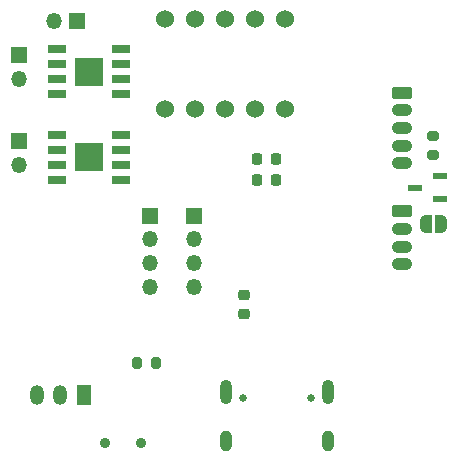
<source format=gbs>
%TF.GenerationSoftware,KiCad,Pcbnew,(6.0.4)*%
%TF.CreationDate,2022-12-28T21:19:57+09:00*%
%TF.ProjectId,prometheus-em,70726f6d-6574-4686-9575-732d656d2e6b,rev?*%
%TF.SameCoordinates,Original*%
%TF.FileFunction,Soldermask,Bot*%
%TF.FilePolarity,Negative*%
%FSLAX46Y46*%
G04 Gerber Fmt 4.6, Leading zero omitted, Abs format (unit mm)*
G04 Created by KiCad (PCBNEW (6.0.4)) date 2022-12-28 21:19:57*
%MOMM*%
%LPD*%
G01*
G04 APERTURE LIST*
G04 Aperture macros list*
%AMRoundRect*
0 Rectangle with rounded corners*
0 $1 Rounding radius*
0 $2 $3 $4 $5 $6 $7 $8 $9 X,Y pos of 4 corners*
0 Add a 4 corners polygon primitive as box body*
4,1,4,$2,$3,$4,$5,$6,$7,$8,$9,$2,$3,0*
0 Add four circle primitives for the rounded corners*
1,1,$1+$1,$2,$3*
1,1,$1+$1,$4,$5*
1,1,$1+$1,$6,$7*
1,1,$1+$1,$8,$9*
0 Add four rect primitives between the rounded corners*
20,1,$1+$1,$2,$3,$4,$5,0*
20,1,$1+$1,$4,$5,$6,$7,0*
20,1,$1+$1,$6,$7,$8,$9,0*
20,1,$1+$1,$8,$9,$2,$3,0*%
%AMFreePoly0*
4,1,22,0.500000,-0.750000,0.000000,-0.750000,0.000000,-0.745033,-0.079941,-0.743568,-0.215256,-0.701293,-0.333266,-0.622738,-0.424486,-0.514219,-0.481581,-0.384460,-0.499164,-0.250000,-0.500000,-0.250000,-0.500000,0.250000,-0.499164,0.250000,-0.499963,0.256109,-0.478152,0.396186,-0.417904,0.524511,-0.324060,0.630769,-0.204165,0.706417,-0.067858,0.745374,0.000000,0.744959,0.000000,0.750000,
0.500000,0.750000,0.500000,-0.750000,0.500000,-0.750000,$1*%
%AMFreePoly1*
4,1,20,0.000000,0.744959,0.073905,0.744508,0.209726,0.703889,0.328688,0.626782,0.421226,0.519385,0.479903,0.390333,0.500000,0.250000,0.500000,-0.250000,0.499851,-0.262216,0.476331,-0.402017,0.414519,-0.529596,0.319384,-0.634700,0.198574,-0.708877,0.061801,-0.746166,0.000000,-0.745033,0.000000,-0.750000,-0.500000,-0.750000,-0.500000,0.750000,0.000000,0.750000,0.000000,0.744959,
0.000000,0.744959,$1*%
G04 Aperture macros list end*
%ADD10R,1.350000X1.350000*%
%ADD11O,1.350000X1.350000*%
%ADD12RoundRect,0.250000X-0.615000X0.265000X-0.615000X-0.265000X0.615000X-0.265000X0.615000X0.265000X0*%
%ADD13O,1.730000X1.030000*%
%ADD14C,0.650000*%
%ADD15O,1.000000X1.800000*%
%ADD16O,1.000000X2.100000*%
%ADD17C,1.524000*%
%ADD18C,0.900000*%
%ADD19R,1.300000X0.600000*%
%ADD20RoundRect,0.225000X-0.250000X0.225000X-0.250000X-0.225000X0.250000X-0.225000X0.250000X0.225000X0*%
%ADD21R,1.200000X1.700000*%
%ADD22O,1.200000X1.700000*%
%ADD23RoundRect,0.200000X-0.275000X0.200000X-0.275000X-0.200000X0.275000X-0.200000X0.275000X0.200000X0*%
%ADD24FreePoly0,180.000000*%
%ADD25FreePoly1,180.000000*%
%ADD26RoundRect,0.225000X0.225000X0.250000X-0.225000X0.250000X-0.225000X-0.250000X0.225000X-0.250000X0*%
%ADD27RoundRect,0.200000X-0.200000X-0.275000X0.200000X-0.275000X0.200000X0.275000X-0.200000X0.275000X0*%
%ADD28R,1.525000X0.650000*%
%ADD29R,2.390000X2.390000*%
G04 APERTURE END LIST*
D10*
%TO.C,J8*%
X44434000Y-37719000D03*
D11*
X42434000Y-37719000D03*
%TD*%
D12*
%TO.C,J4*%
X71900000Y-43800000D03*
D13*
X71900000Y-45300000D03*
X71900000Y-46800000D03*
X71900000Y-48300000D03*
X71900000Y-49800000D03*
%TD*%
D10*
%TO.C,J3*%
X54356000Y-54226200D03*
D11*
X54356000Y-56226200D03*
X54356000Y-58226200D03*
X54356000Y-60226200D03*
%TD*%
D10*
%TO.C,J1*%
X50622200Y-54226200D03*
D11*
X50622200Y-56226200D03*
X50622200Y-58226200D03*
X50622200Y-60226200D03*
%TD*%
D12*
%TO.C,J2*%
X71900000Y-53850000D03*
D13*
X71900000Y-55350000D03*
X71900000Y-56850000D03*
X71900000Y-58350000D03*
%TD*%
D14*
%TO.C,U1*%
X64231000Y-69649000D03*
X58451000Y-69649000D03*
D15*
X65661000Y-73329000D03*
D16*
X57021000Y-69149000D03*
D15*
X57021000Y-73329000D03*
D16*
X65661000Y-69149000D03*
%TD*%
D17*
%TO.C,U2*%
X51896000Y-45229000D03*
X54436000Y-45229000D03*
X56976000Y-45229000D03*
X59516000Y-45229000D03*
X62056000Y-45229000D03*
X62056000Y-37609000D03*
X59516000Y-37609000D03*
X56976000Y-37609000D03*
X54436000Y-37609000D03*
X51896000Y-37609000D03*
%TD*%
D18*
%TO.C,S3*%
X49800000Y-73500000D03*
X46800000Y-73500000D03*
%TD*%
D19*
%TO.C,Q4*%
X75150000Y-50900000D03*
X75150000Y-52800000D03*
X73050000Y-51850000D03*
%TD*%
D20*
%TO.C,C10*%
X58547000Y-60960000D03*
X58547000Y-62510000D03*
%TD*%
D10*
%TO.C,J5*%
X39497000Y-47895000D03*
D11*
X39497000Y-49895000D03*
%TD*%
D21*
%TO.C,J7*%
X45000000Y-69381200D03*
D22*
X43000000Y-69381200D03*
X41000000Y-69381200D03*
%TD*%
D23*
%TO.C,R23*%
X74550000Y-47475000D03*
X74550000Y-49125000D03*
%TD*%
D24*
%TO.C,JP1*%
X75250000Y-54950000D03*
D25*
X73950000Y-54950000D03*
%TD*%
D26*
%TO.C,C6*%
X61227000Y-51181000D03*
X59677000Y-51181000D03*
%TD*%
D27*
%TO.C,R17*%
X49467000Y-66675000D03*
X51117000Y-66675000D03*
%TD*%
D28*
%TO.C,IC4*%
X48178000Y-47371000D03*
X48178000Y-48641000D03*
X48178000Y-49911000D03*
X48178000Y-51181000D03*
X42754000Y-51181000D03*
X42754000Y-49911000D03*
X42754000Y-48641000D03*
X42754000Y-47371000D03*
D29*
X45466000Y-49276000D03*
%TD*%
D26*
%TO.C,C5*%
X61227000Y-49403000D03*
X59677000Y-49403000D03*
%TD*%
D28*
%TO.C,IC5*%
X48178000Y-40132000D03*
X48178000Y-41402000D03*
X48178000Y-42672000D03*
X48178000Y-43942000D03*
X42754000Y-43942000D03*
X42754000Y-42672000D03*
X42754000Y-41402000D03*
X42754000Y-40132000D03*
D29*
X45466000Y-42037000D03*
%TD*%
D10*
%TO.C,J6*%
X39497000Y-40656000D03*
D11*
X39497000Y-42656000D03*
%TD*%
M02*

</source>
